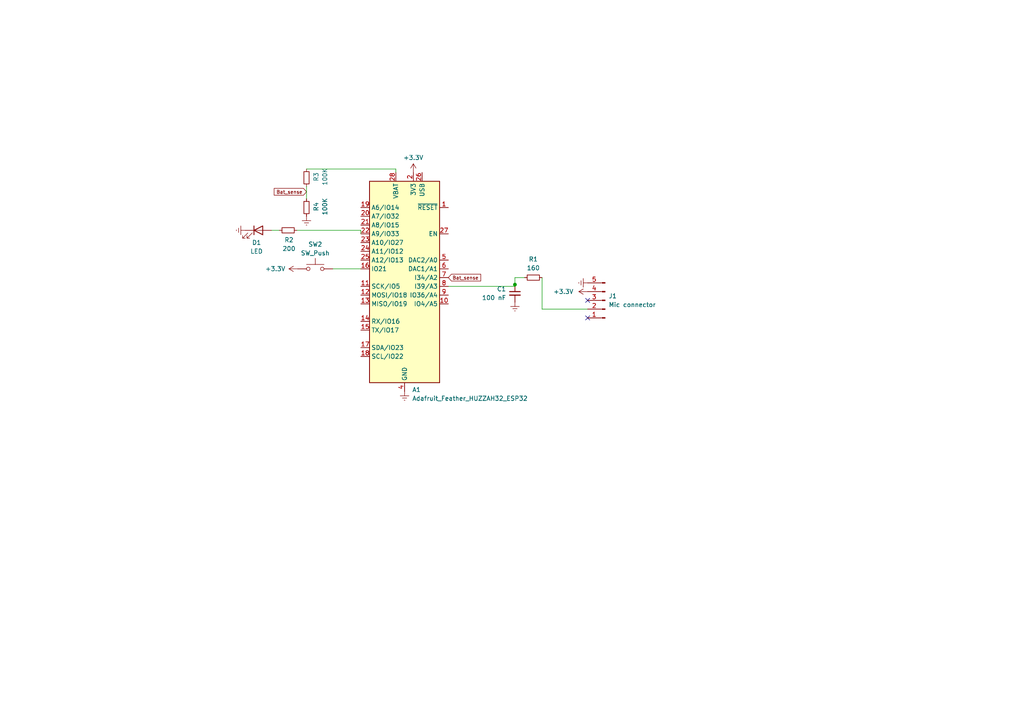
<source format=kicad_sch>
(kicad_sch (version 20230121) (generator eeschema)
  (paper "A4")
  (lib_symbols
    (symbol "Connector:Conn_01x05_Pin" (pin_names (offset 1.016) hide)
      (property "Reference" "J" (at 0 7.62 0))
      (property "Value" "Conn_01x05_Pin" (at 0 -7.62 0))
      (symbol "Conn_01x05_Pin_1_1"
        (polyline (pts (xy 1.27 -5.08) (xy 0.8636 -5.08)) (stroke (width 0.1524)))
        (polyline (pts (xy 1.27 -2.54) (xy 0.8636 -2.54)) (stroke (width 0.1524)))
        (polyline (pts (xy 1.27 0) (xy 0.8636 0)) (stroke (width 0.1524)))
        (polyline (pts (xy 1.27 2.54) (xy 0.8636 2.54)) (stroke (width 0.1524)))
        (polyline (pts (xy 1.27 5.08) (xy 0.8636 5.08)) (stroke (width 0.1524)))
        (rectangle (start 0.8636 -4.953) (end 0 -5.207) (stroke (width 0.1524)) (fill (type outline)))
        (rectangle (start 0.8636 -2.413) (end 0 -2.667) (stroke (width 0.1524)) (fill (type outline)))
        (rectangle (start 0.8636 0.127) (end 0 -0.127) (stroke (width 0.1524)) (fill (type outline)))
        (rectangle (start 0.8636 2.667) (end 0 2.413) (stroke (width 0.1524)) (fill (type outline)))
        (rectangle (start 0.8636 5.207) (end 0 4.953) (stroke (width 0.1524)) (fill (type outline)))
        (pin passive line (at 5.08 5.08 180) (length 3.81) (name "Pin_1") (number "1"))
        (pin passive line (at 5.08 2.54 180) (length 3.81) (name "Pin_2") (number "2"))
        (pin passive line (at 5.08 0 180) (length 3.81) (name "Pin_3") (number "3"))
        (pin passive line (at 5.08 -2.54 180) (length 3.81) (name "Pin_4") (number "4"))
        (pin passive line (at 5.08 -5.08 180) (length 3.81) (name "Pin_5") (number "5"))
      )
    )
    (symbol "Device:C_Small" (pin_numbers hide) (pin_names (offset 0.254) hide)
      (property "Reference" "C" (at 0.254 1.778 0))
      (property "Value" "C_Small" (at 0.254 -2.032 0))
      (symbol "C_Small_0_1"
        (polyline (pts (xy -1.524 -0.508) (xy 1.524 -0.508)) (stroke (width 0.3302)))
        (polyline (pts (xy -1.524 0.508) (xy 1.524 0.508)) (stroke (width 0.3048)))
      )
      (symbol "C_Small_1_1"
        (pin passive line (at 0 2.54 270) (length 2.032) (name "~") (number "1"))
        (pin passive line (at 0 -2.54 90) (length 2.032) (name "~") (number "2"))
      )
    )
    (symbol "Device:LED" (pin_numbers hide) (pin_names (offset 1.016) hide)
      (property "Reference" "D" (at 0 2.54 0))
      (property "Value" "LED" (at 0 -2.54 0))
      (symbol "LED_0_1"
        (polyline (pts (xy -1.27 -1.27) (xy -1.27 1.27)) (stroke (width 0.254)))
        (polyline (pts (xy -1.27 0) (xy 1.27 0)))
        (polyline (pts (xy 1.27 -1.27) (xy 1.27 1.27) (xy -1.27 0) (xy 1.27 -1.27)) (stroke (width 0.254)))
        (polyline (pts (xy -3.048 -0.762) (xy -4.572 -2.286) (xy -3.81 -2.286) (xy -4.572 -2.286) (xy -4.572 -1.524)))
        (polyline (pts (xy -1.778 -0.762) (xy -3.302 -2.286) (xy -2.54 -2.286) (xy -3.302 -2.286) (xy -3.302 -1.524)))
      )
      (symbol "LED_1_1"
        (pin passive line (at -3.81 0 0) (length 2.54) (name "K") (number "1"))
        (pin passive line (at 3.81 0 180) (length 2.54) (name "A") (number "2"))
      )
    )
    (symbol "Device:R_Small" (pin_numbers hide) (pin_names (offset 0.254) hide)
      (property "Reference" "R" (at 0.762 0.508 0))
      (property "Value" "R_Small" (at 0.762 -1.016 0))
      (symbol "R_Small_0_1"
        (rectangle (start -0.762 1.778) (end 0.762 -1.778) (stroke (width 0.2032)))
      )
      (symbol "R_Small_1_1"
        (pin passive line (at 0 2.54 270) (length 0.762) (name "~") (number "1"))
        (pin passive line (at 0 -2.54 90) (length 0.762) (name "~") (number "2"))
      )
    )
    (symbol "MCU_Module:Adafruit_Feather_HUZZAH32_ESP32"
      (property "Reference" "A" (at -10.16 29.21 0))
      (property "Value" "Adafruit_Feather_HUZZAH32_ESP32" (at 2.54 -31.75 0))
      (symbol "Adafruit_Feather_HUZZAH32_ESP32_0_1"
        (rectangle (start -10.16 27.94) (end 10.16 -30.48) (stroke (width 0.254)) (fill (type background)))
      )
      (symbol "Adafruit_Feather_HUZZAH32_ESP32_1_1"
        (pin input line (at 12.7 20.32 180) (length 2.54) (name "~{RESET}") (number "1"))
        (pin bidirectional line (at 12.7 -7.62 180) (length 2.54) (name "IO4/A5") (number "10"))
        (pin bidirectional line (at -12.7 -2.54 0) (length 2.54) (name "SCK/IO5") (number "11"))
        (pin bidirectional line (at -12.7 -5.08 0) (length 2.54) (name "MOSI/IO18") (number "12"))
        (pin bidirectional line (at -12.7 -7.62 0) (length 2.54) (name "MISO/IO19") (number "13"))
        (pin bidirectional line (at -12.7 -12.7 0) (length 2.54) (name "RX/IO16") (number "14"))
        (pin bidirectional line (at -12.7 -15.24 0) (length 2.54) (name "TX/IO17") (number "15"))
        (pin bidirectional line (at -12.7 2.54 0) (length 2.54) (name "IO21") (number "16"))
        (pin bidirectional line (at -12.7 -20.32 0) (length 2.54) (name "SDA/IO23") (number "17"))
        (pin bidirectional line (at -12.7 -22.86 0) (length 2.54) (name "SCL/IO22") (number "18"))
        (pin bidirectional line (at -12.7 20.32 0) (length 2.54) (name "A6/IO14") (number "19"))
        (pin power_in line (at 2.54 30.48 270) (length 2.54) (name "3V3") (number "2"))
        (pin bidirectional line (at -12.7 17.78 0) (length 2.54) (name "A7/IO32") (number "20"))
        (pin bidirectional line (at -12.7 15.24 0) (length 2.54) (name "A8/IO15") (number "21"))
        (pin bidirectional line (at -12.7 12.7 0) (length 2.54) (name "A9/IO33") (number "22"))
        (pin bidirectional line (at -12.7 10.16 0) (length 2.54) (name "A10/IO27") (number "23"))
        (pin bidirectional line (at -12.7 7.62 0) (length 2.54) (name "A11/IO12") (number "24"))
        (pin bidirectional line (at -12.7 5.08 0) (length 2.54) (name "A12/IO13") (number "25"))
        (pin power_in line (at 5.08 30.48 270) (length 2.54) (name "USB") (number "26"))
        (pin input line (at 12.7 12.7 180) (length 2.54) (name "EN") (number "27"))
        (pin power_in line (at -2.54 30.48 270) (length 2.54) (name "VBAT") (number "28"))
        (pin no_connect line (at 10.16 10.16 180) (length 2.54) hide (name "NC") (number "3"))
        (pin power_in line (at 0 -33.02 90) (length 2.54) (name "GND") (number "4"))
        (pin bidirectional line (at 12.7 5.08 180) (length 2.54) (name "DAC2/A0") (number "5"))
        (pin bidirectional line (at 12.7 2.54 180) (length 2.54) (name "DAC1/A1") (number "6"))
        (pin bidirectional line (at 12.7 0 180) (length 2.54) (name "I34/A2") (number "7"))
        (pin bidirectional line (at 12.7 -2.54 180) (length 2.54) (name "I39/A3") (number "8"))
        (pin bidirectional line (at 12.7 -5.08 180) (length 2.54) (name "IO36/A4") (number "9"))
      )
    )
    (symbol "Switch:SW_Push" (pin_numbers hide) (pin_names (offset 1.016) hide)
      (property "Reference" "SW" (at 1.27 2.54 0))
      (property "Value" "SW_Push" (at 0 -1.524 0))
      (symbol "SW_Push_0_1"
        (circle (center -2.032 0) (radius 0.508))
        (polyline (pts (xy 0 1.27) (xy 0 3.048)))
        (polyline (pts (xy 2.54 1.27) (xy -2.54 1.27)))
        (circle (center 2.032 0) (radius 0.508))
        (pin passive line (at -5.08 0 0) (length 2.54) (name "1") (number "1"))
        (pin passive line (at 5.08 0 180) (length 2.54) (name "2") (number "2"))
      )
    )
    (symbol "power:+3.3V" (power) (pin_names (offset 0))
      (property "Value" "+3.3V" (at 0 3.556 0))
      (symbol "+3.3V_0_1"
        (polyline (pts (xy -0.762 1.27) (xy 0 2.54)))
        (polyline (pts (xy 0 0) (xy 0 2.54)))
        (polyline (pts (xy 0 2.54) (xy 0.762 1.27)))
      )
      (symbol "+3.3V_1_1"
        (pin power_in line (at 0 0 90) (length 0) hide (name "+3.3V") (number "1"))
      )
    )
    (symbol "power:Earth" (power) (pin_names (offset 0))
      (symbol "Earth_0_1"
        (polyline (pts (xy -0.635 -1.905) (xy 0.635 -1.905)))
        (polyline (pts (xy -0.127 -2.54) (xy 0.127 -2.54)))
        (polyline (pts (xy 0 -1.27) (xy 0 0)))
        (polyline (pts (xy 1.27 -1.27) (xy -1.27 -1.27)))
      )
      (symbol "Earth_1_1"
        (pin power_in line (at 0 0 270) (length 0) hide (name "Earth") (number "1"))
      )
    )
  )
  (junction (at 149.352 82.55))
  (no_connect (at 170.434 92.202))
  (no_connect (at 170.434 87.122))
  (wire (pts (xy 114.808 50.038) (xy 114.808 49.022)))
  (wire (pts (xy 149.352 82.55) (xy 149.352 83.058)))
  (wire (pts (xy 149.352 80.518) (xy 152.146 80.518)))
  (wire (pts (xy 104.648 66.802) (xy 104.648 67.818)))
  (wire (pts (xy 78.74 66.802) (xy 81.026 66.802)))
  (wire (pts (xy 86.106 66.802) (xy 104.648 66.802)))
  (wire (pts (xy 157.226 89.662) (xy 157.226 80.518)))
  (wire (pts (xy 114.808 49.022) (xy 88.9 49.022)))
  (wire (pts (xy 170.434 89.662) (xy 157.226 89.662)))
  (wire (pts (xy 149.352 80.518) (xy 149.352 82.55)))
  (wire (pts (xy 88.9 54.102) (xy 88.9 57.658)))
  (wire (pts (xy 130.048 83.058) (xy 149.352 83.058)))
  (wire (pts (xy 104.648 77.978) (xy 96.52 77.978)))
  (global_label "Bat_sense" (shape input) (at 88.9 55.626 180) (effects (font (size 1 1))) (property "Intersheetrefs" "${INTERSHEET_REFS}" (effects hide)))
  (global_label "Bat_sense" (shape input) (at 130.048 80.518 0) (effects (font (size 1 1))) (property "Intersheetrefs" "${INTERSHEET_REFS}" (effects hide)))
  (symbol (lib_id "power:Earth") (at 88.9 62.738 0) (unit 1)
    (property "Reference" "#PWR08" (effects hide))
    (property "Value" "Earth" (effects hide))
  )
  (symbol (lib_id "power:+3.3V") (at 170.434 84.582 90) (unit 1)
    (property "Reference" "#PWR05" (effects hide))
    (property "Value" "+3.3V" (at 166.37 84.582 90) (effects (justify left)))
  )
  (symbol (lib_id "Switch:SW_Push") (at 91.44 77.978 0) (unit 1)
    (property "Reference" "SW2" (at 91.44 70.866 0))
    (property "Value" "SW_Push" (at 91.44 73.406 0))
    (property "Footprint" "Button_Switch_THT:SW_PUSH_6mm_H5mm" (effects hide))
  )
  (symbol (lib_id "Device:R_Small") (at 88.9 51.562 0) (mirror y) (unit 1)
    (property "Reference" "R3" (at 91.694 51.308 90))
    (property "Value" "100K" (at 94.234 51.308 90))
    (property "Footprint" "Resistor_SMD:R_0805_2012Metric_Pad1.20x1.40mm_HandSolder" (effects hide))
  )
  (symbol (lib_id "power:Earth") (at 149.352 87.63 0) (unit 1)
    (property "Reference" "#PWR04" (effects hide))
    (property "Value" "Earth" (effects hide))
  )
  (symbol (lib_id "Device:R_Small") (at 88.9 60.198 0) (mirror y) (unit 1)
    (property "Reference" "R4" (at 91.694 59.944 90))
    (property "Value" "100K" (at 94.234 59.944 90))
    (property "Footprint" "Resistor_SMD:R_0805_2012Metric_Pad1.20x1.40mm_HandSolder" (effects hide))
  )
  (symbol (lib_id "power:Earth") (at 170.434 82.042 270) (unit 1)
    (property "Reference" "#PWR06" (effects hide))
    (property "Value" "Earth" (effects hide))
  )
  (symbol (lib_id "power:Earth") (at 117.348 113.538 0) (unit 1)
    (property "Reference" "#PWR03" (effects hide))
    (property "Value" "Earth" (effects hide))
  )
  (symbol (lib_id "Device:R_Small") (at 83.566 66.802 270) (mirror x) (unit 1)
    (property "Reference" "R2" (at 83.82 69.596 90))
    (property "Value" "200" (at 83.82 72.136 90))
    (property "Footprint" "Resistor_SMD:R_0805_2012Metric_Pad1.20x1.40mm_HandSolder" (effects hide))
  )
  (symbol (lib_id "power:+3.3V") (at 86.36 77.978 90) (unit 1)
    (property "Reference" "#PWR02" (effects hide))
    (property "Value" "+3.3V" (at 82.804 77.978 90) (effects (justify left)))
  )
  (symbol (lib_id "power:+3.3V") (at 119.888 50.038 0) (unit 1)
    (property "Reference" "#PWR01" (effects hide))
    (property "Value" "+3.3V" (at 119.888 45.72 0))
  )
  (symbol (lib_id "Device:LED") (at 74.93 66.802 0) (unit 1)
    (property "Reference" "D1" (at 74.422 70.358 0))
    (property "Value" "LED" (at 74.422 72.898 0))
    (property "Footprint" "LED_THT:LED_D4.0mm" (effects hide))
  )
  (symbol (lib_id "power:Earth") (at 71.12 66.802 270) (unit 1)
    (property "Reference" "#PWR07" (effects hide))
    (property "Value" "Earth" (effects hide))
  )
  (symbol (lib_id "Device:R_Small") (at 154.686 80.518 270) (mirror x) (unit 1)
    (property "Reference" "R1" (at 154.686 75.184 90))
    (property "Value" "160" (at 154.686 77.724 90))
    (property "Footprint" "Resistor_SMD:R_0805_2012Metric_Pad1.20x1.40mm_HandSolder" (effects hide))
  )
  (symbol (lib_id "Device:C_Small") (at 149.352 85.09 0) (mirror y) (unit 1)
    (property "Reference" "C1" (at 146.812 83.8263 0) (effects (justify left)))
    (property "Value" "100 nF" (at 146.812 86.3663 0) (effects (justify left)))
    (property "Footprint" "Capacitor_SMD:C_0805_2012Metric_Pad1.18x1.45mm_HandSolder" (effects hide))
  )
  (symbol (lib_id "MCU_Module:Adafruit_Feather_HUZZAH32_ESP32") (at 117.348 80.518 0) (unit 1)
    (property "Reference" "A1" (at 119.5421 113.03 0) (effects (justify left)))
    (property "Value" "Adafruit_Feather_HUZZAH32_ESP32" (at 119.5421 115.57 0) (effects (justify left)))
    (property "Footprint" "Module:Adafruit_Feather" (effects hide))
    (property "Datasheet" "https://cdn-learn.adafruit.com/downloads/pdf/adafruit-huzzah32-esp32-feather.pdf" (effects hide))
  )
  (symbol (lib_id "Connector:Conn_01x05_Pin") (at 175.514 87.122 180) (unit 1)
    (property "Reference" "J1" (at 176.53 85.852 0) (effects (justify right)))
    (property "Value" "Mic connector" (at 176.53 88.392 0) (effects (justify right)))
    (property "Footprint" "Connector_PinHeader_2.54mm:PinHeader_1x05_P2.54mm_Vertical" (effects hide))
  )
)
</source>
